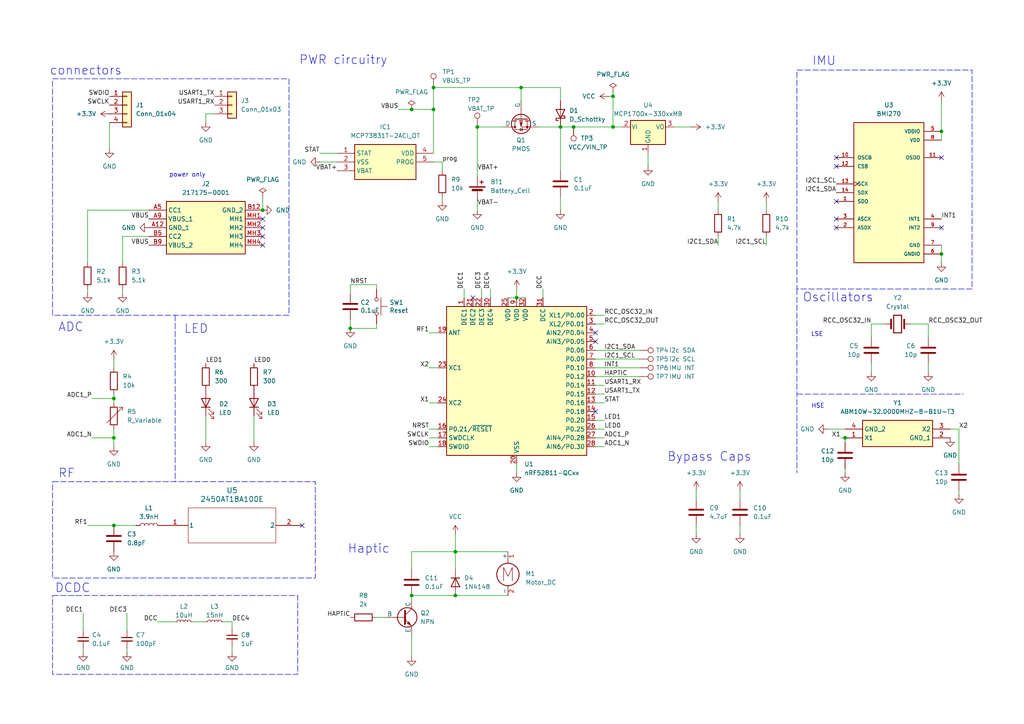
<source format=kicad_sch>
(kicad_sch (version 20231120) (generator "eeschema") (generator_version "8.0")
  (paper "A4")
  (junction (at 151.13 25.4))
  (junction (at 132.08 172.72))
  (junction (at 177.8 36.83))
  (junction (at 273.05 73.66))
  (junction (at 177.8 27.94))
  (junction (at 101.6 95.25))
  (junction (at 125.73 31.75))
  (junction (at 125.73 25.4))
  (junction (at 132.08 160.02))
  (junction (at 119.38 172.72))
  (junction (at 245.11 127))
  (junction (at 33.02 115.57))
  (junction (at 76.2 60.96))
  (junction (at 138.43 36.83))
  (junction (at 33.02 127))
  (junction (at 119.38 31.75))
  (junction (at 162.56 36.83))
  (junction (at 273.05 38.1))
  (junction (at 33.02 152.4))
  (junction (at 166.37 36.83))
  (junction (at 149.86 86.36))
  (no_connect (at 76.2 63.5))
  (no_connect (at 242.57 58.42))
  (no_connect (at 87.63 152.4))
  (no_connect (at 76.2 68.58))
  (no_connect (at 242.57 66.04))
  (no_connect (at 172.72 99.06))
  (no_connect (at 242.57 45.72))
  (no_connect (at 76.2 66.04))
  (no_connect (at 137.16 86.36))
  (no_connect (at 76.2 71.12))
  (no_connect (at 273.05 45.72))
  (no_connect (at 172.72 119.38))
  (no_connect (at 172.72 96.52))
  (no_connect (at 242.57 48.26))
  (no_connect (at 242.57 63.5))
  (no_connect (at 273.05 66.04))
  (wire (pts (xy 275.59 124.46) (xy 278.13 124.46)))
  (polyline (pts (xy 231.14 114.3) (xy 279.4 114.3)) (stroke (width 0) (type dash)))
  (wire (pts (xy 208.28 68.58) (xy 208.28 71.12)))
  (wire (pts (xy 101.6 85.09) (xy 101.6 82.55)))
  (wire (pts (xy 245.11 127) (xy 246.38 127)))
  (wire (pts (xy 132.08 160.02) (xy 132.08 165.1)))
  (wire (pts (xy 26.67 127) (xy 33.02 127)))
  (wire (pts (xy 278.13 143.51) (xy 278.13 142.24)))
  (wire (pts (xy 59.69 120.65) (xy 59.69 128.27)))
  (wire (pts (xy 172.72 124.46) (xy 175.26 124.46)))
  (wire (pts (xy 172.72 127) (xy 175.26 127)))
  (wire (pts (xy 31.75 35.56) (xy 31.75 43.18)))
  (wire (pts (xy 269.24 105.41) (xy 269.24 107.95)))
  (wire (pts (xy 138.43 36.83) (xy 138.43 50.8)))
  (wire (pts (xy 245.11 127) (xy 245.11 128.27)))
  (wire (pts (xy 101.6 82.55) (xy 109.22 82.55)))
  (wire (pts (xy 149.86 83.82) (xy 149.86 86.36)))
  (wire (pts (xy 252.73 93.98) (xy 252.73 97.79)))
  (wire (pts (xy 119.38 184.15) (xy 119.38 190.5)))
  (wire (pts (xy 185.42 104.14) (xy 172.72 104.14)))
  (wire (pts (xy 132.08 160.02) (xy 119.38 160.02)))
  (wire (pts (xy 76.2 57.15) (xy 76.2 60.96)))
  (wire (pts (xy 269.24 97.79) (xy 269.24 93.98)))
  (wire (pts (xy 147.32 86.36) (xy 149.86 86.36)))
  (wire (pts (xy 125.73 31.75) (xy 125.73 44.45)))
  (wire (pts (xy 124.46 127) (xy 127 127)))
  (wire (pts (xy 162.56 36.83) (xy 162.56 49.53)))
  (wire (pts (xy 273.05 71.12) (xy 273.05 73.66)))
  (wire (pts (xy 214.63 152.4) (xy 214.63 154.94)))
  (wire (pts (xy 162.56 25.4) (xy 151.13 25.4)))
  (wire (pts (xy 73.66 120.65) (xy 73.66 128.27)))
  (wire (pts (xy 124.46 106.68) (xy 127 106.68)))
  (wire (pts (xy 25.4 60.96) (xy 25.4 76.2)))
  (wire (pts (xy 124.46 116.84) (xy 127 116.84)))
  (wire (pts (xy 149.86 134.62) (xy 149.86 137.16)))
  (wire (pts (xy 172.72 116.84) (xy 175.26 116.84)))
  (wire (pts (xy 278.13 124.46) (xy 278.13 134.62)))
  (wire (pts (xy 119.38 172.72) (xy 119.38 173.99)))
  (wire (pts (xy 162.56 57.15) (xy 162.56 60.96)))
  (wire (pts (xy 64.77 180.34) (xy 67.31 180.34)))
  (wire (pts (xy 162.56 25.4) (xy 162.56 29.21)))
  (wire (pts (xy 35.56 68.58) (xy 35.56 76.2)))
  (wire (pts (xy 119.38 31.75) (xy 125.73 31.75)))
  (wire (pts (xy 101.6 95.25) (xy 109.22 95.25)))
  (wire (pts (xy 101.6 92.71) (xy 101.6 95.25)))
  (wire (pts (xy 33.02 115.57) (xy 33.02 116.84)))
  (wire (pts (xy 119.38 172.72) (xy 132.08 172.72)))
  (wire (pts (xy 245.11 124.46) (xy 240.03 124.46)))
  (wire (pts (xy 33.02 152.4) (xy 39.37 152.4)))
  (wire (pts (xy 273.05 29.21) (xy 273.05 38.1)))
  (wire (pts (xy 33.02 124.46) (xy 33.02 127)))
  (wire (pts (xy 132.08 172.72) (xy 147.32 172.72)))
  (wire (pts (xy 36.83 187.96) (xy 36.83 189.23)))
  (wire (pts (xy 128.27 46.99) (xy 128.27 49.53)))
  (wire (pts (xy 124.46 96.52) (xy 127 96.52)))
  (wire (pts (xy 187.96 44.45) (xy 187.96 48.26)))
  (wire (pts (xy 149.86 86.36) (xy 152.4 86.36)))
  (wire (pts (xy 185.42 106.68) (xy 172.72 106.68)))
  (wire (pts (xy 124.46 129.54) (xy 127 129.54)))
  (wire (pts (xy 33.02 104.14) (xy 33.02 106.68)))
  (wire (pts (xy 67.31 180.34) (xy 67.31 182.245)))
  (polyline (pts (xy 50.8 91.44) (xy 50.8 139.7)) (stroke (width 0) (type dash)))
  (wire (pts (xy 172.72 114.3) (xy 175.26 114.3)))
  (wire (pts (xy 214.63 142.24) (xy 214.63 144.78)))
  (wire (pts (xy 201.93 152.4) (xy 201.93 154.94)))
  (wire (pts (xy 176.53 27.94) (xy 177.8 27.94)))
  (wire (pts (xy 172.72 121.92) (xy 175.26 121.92)))
  (wire (pts (xy 166.37 36.83) (xy 177.8 36.83)))
  (wire (pts (xy 124.46 124.46) (xy 127 124.46)))
  (wire (pts (xy 245.11 137.16) (xy 245.11 135.89)))
  (wire (pts (xy 35.56 83.82) (xy 35.56 85.09)))
  (wire (pts (xy 222.25 58.42) (xy 222.25 60.96)))
  (wire (pts (xy 33.02 127) (xy 33.02 129.54)))
  (wire (pts (xy 109.22 95.25) (xy 109.22 93.98)))
  (wire (pts (xy 67.31 187.325) (xy 67.31 189.23)))
  (wire (pts (xy 172.72 111.76) (xy 175.26 111.76)))
  (wire (pts (xy 125.73 25.4) (xy 125.73 31.75)))
  (wire (pts (xy 35.56 68.58) (xy 43.18 68.58)))
  (wire (pts (xy 256.54 93.98) (xy 252.73 93.98)))
  (wire (pts (xy 139.7 83.82) (xy 139.7 86.36)))
  (wire (pts (xy 151.13 25.4) (xy 151.13 29.21)))
  (wire (pts (xy 25.4 83.82) (xy 25.4 85.09)))
  (wire (pts (xy 45.72 180.34) (xy 50.8 180.34)))
  (wire (pts (xy 109.22 179.07) (xy 111.76 179.07)))
  (wire (pts (xy 24.13 182.88) (xy 24.13 177.8)))
  (wire (pts (xy 175.26 91.44) (xy 172.72 91.44)))
  (wire (pts (xy 201.93 142.24) (xy 201.93 144.78)))
  (wire (pts (xy 92.71 44.45) (xy 97.79 44.45)))
  (wire (pts (xy 177.8 36.83) (xy 180.34 36.83)))
  (wire (pts (xy 43.18 60.96) (xy 25.4 60.96)))
  (wire (pts (xy 26.67 115.57) (xy 33.02 115.57)))
  (wire (pts (xy 59.69 33.02) (xy 59.69 35.56)))
  (wire (pts (xy 134.62 83.82) (xy 134.62 86.36)))
  (wire (pts (xy 24.13 187.96) (xy 24.13 189.23)))
  (wire (pts (xy 185.42 109.22) (xy 172.72 109.22)))
  (wire (pts (xy 175.26 93.98) (xy 172.72 93.98)))
  (wire (pts (xy 125.73 46.99) (xy 128.27 46.99)))
  (wire (pts (xy 177.8 26.67) (xy 177.8 27.94)))
  (wire (pts (xy 243.84 127) (xy 245.11 127)))
  (wire (pts (xy 147.32 160.02) (xy 132.08 160.02)))
  (wire (pts (xy 36.83 182.88) (xy 36.83 177.8)))
  (wire (pts (xy 132.08 154.94) (xy 132.08 160.02)))
  (wire (pts (xy 62.23 33.02) (xy 59.69 33.02)))
  (wire (pts (xy 97.79 46.99) (xy 92.71 46.99)))
  (wire (pts (xy 138.43 36.83) (xy 146.05 36.83)))
  (wire (pts (xy 208.28 58.42) (xy 208.28 60.96)))
  (wire (pts (xy 252.73 105.41) (xy 252.73 107.95)))
  (wire (pts (xy 151.13 25.4) (xy 125.73 25.4)))
  (wire (pts (xy 269.24 93.98) (xy 264.16 93.98)))
  (wire (pts (xy 115.57 31.75) (xy 119.38 31.75)))
  (wire (pts (xy 157.48 83.82) (xy 157.48 86.36)))
  (polyline (pts (xy 231.14 83.82) (xy 231.14 137.16)) (stroke (width 0) (type dash)))
  (wire (pts (xy 185.42 101.6) (xy 172.72 101.6)))
  (wire (pts (xy 222.25 68.58) (xy 222.25 71.12)))
  (wire (pts (xy 162.56 36.83) (xy 166.37 36.83)))
  (wire (pts (xy 172.72 129.54) (xy 175.26 129.54)))
  (wire (pts (xy 177.8 27.94) (xy 177.8 36.83)))
  (wire (pts (xy 156.21 36.83) (xy 162.56 36.83)))
  (wire (pts (xy 25.4 152.4) (xy 33.02 152.4)))
  (wire (pts (xy 195.58 36.83) (xy 200.66 36.83)))
  (wire (pts (xy 109.22 82.55) (xy 109.22 83.82)))
  (wire (pts (xy 273.05 38.1) (xy 273.05 40.64)))
  (wire (pts (xy 273.05 73.66) (xy 273.05 76.2)))
  (wire (pts (xy 119.38 160.02) (xy 119.38 165.1)))
  (wire (pts (xy 55.88 180.34) (xy 59.69 180.34)))
  (wire (pts (xy 33.02 114.3) (xy 33.02 115.57)))
  (wire (pts (xy 142.24 83.82) (xy 142.24 86.36)))
  (wire (pts (xy 128.27 57.15) (xy 128.27 58.42)))
  (wire (pts (xy 138.43 58.42) (xy 138.43 60.96)))
  (rectangle (start 15.24 172.72) (end 86.36 195.58) (stroke (width 0) (type dash)))
  (rectangle (start 15.24 22.86) (end 83.82 91.44) (stroke (width 0) (type dash)))
  (rectangle (start 15.24 139.7) (end 91.44 167.64) (stroke (width 0) (type dash)))
  (rectangle (start 231.14 20.32) (end 281.94 83.82) (stroke (width 0) (type dash)))
  (text "RF\n" (at 19.304 137.414 0) (effects (font (size 2.54 2.54))))
  (text "power only\n" (at 54.356 50.8 0) (effects (font (size 1.27 1.27))))
  (text "PWR circuitry\n" (at 99.568 17.526 0) (effects (font (size 2.54 2.54))))
  (text "IMU\n" (at 239.014 17.78 0) (effects (font (size 2.54 2.54))))
  (text "Bypass Caps\n" (at 205.74 132.588 0) (effects (font (size 2.54 2.54))))
  (text "LSE\n" (at 236.982 97.028 0) (effects (font (size 1.27 1.27))))
  (text "LED\n" (at 56.896 95.504 0) (effects (font (size 2.54 2.54))))
  (text "ADC\n" (at 20.574 94.996 0) (effects (font (size 2.54 2.54))))
  (text "DCDC\n" (at 21.082 170.688 0) (effects (font (size 2.54 2.54))))
  (text "connectors\n" (at 24.892 20.574 0) (effects (font (size 2.54 2.54))))
  (text "HSE\n" (at 237.236 117.856 0) (effects (font (size 1.27 1.27))))
  (text "Oscillators\n" (at 243.078 86.36 0) (effects (font (size 2.54 2.54))))
  (text "Haptic\n" (at 106.934 159.258 0) (effects (font (size 2.54 2.54))))
  (label "X2" (at 278.13 124.46 0))
  (label "STAT" (at 92.71 44.45 180))
  (label "DCC" (at 157.48 83.82 90))
  (label "VBAT+" (at 138.43 49.53 0))
  (label "prog" (at 128.27 46.99 0))
  (label "USART1_RX" (at 62.23 30.48 180))
  (label "X1" (at 243.84 127 180))
  (label "X1" (at 124.46 116.84 180))
  (label "STAT" (at 175.26 116.84 0))
  (label "LED1" (at 175.26 121.92 0))
  (label "HAPTIC" (at 101.6 179.07 180))
  (label "USART1_TX" (at 62.23 27.94 180))
  (label "ADC1_P" (at 26.67 115.57 180))
  (label "RCC_OSC32_OUT" (at 269.24 93.98 0))
  (label "USART1_RX" (at 175.26 111.76 0))
  (label "HAPTIC" (at 175.26 109.22 0))
  (label "NRST" (at 124.46 124.46 180))
  (label "I2C1_SDA" (at 242.57 55.88 180))
  (label "DEC4" (at 67.31 180.34 0))
  (label "VBUS" (at 43.18 71.12 180))
  (label "INT1" (at 273.05 63.5 0))
  (label "RF1" (at 25.4 152.4 180))
  (label "SWDIO" (at 31.75 27.94 180))
  (label "VBUS" (at 43.18 63.5 180))
  (label "VBUS" (at 115.57 31.75 180))
  (label "DEC3" (at 36.83 177.8 180))
  (label "I2C1_SDA" (at 175.26 101.6 0))
  (label "RF1" (at 124.46 96.52 180))
  (label "I2C1_SCL" (at 242.57 53.34 180))
  (label "RCC_OSC32_OUT" (at 175.26 93.98 0))
  (label "LED0" (at 73.66 105.41 0))
  (label "DEC1" (at 134.62 83.82 90))
  (label "RCC_OSC32_IN" (at 175.26 91.44 0))
  (label "VBAT+" (at 97.79 49.53 180))
  (label "DCC" (at 45.72 180.34 180))
  (label "I2C1_SDA" (at 208.28 71.12 180))
  (label "X2" (at 124.46 106.68 180))
  (label "VBAT-" (at 138.43 59.69 0))
  (label "USART1_TX" (at 175.26 114.3 0))
  (label "I2C1_SCL" (at 222.25 71.12 180))
  (label "ADC1_N" (at 175.26 129.54 0))
  (label "DEC1" (at 24.13 177.8 180))
  (label "RCC_OSC32_IN" (at 252.73 93.98 180))
  (label "ADC1_N" (at 26.67 127 180))
  (label "LED0" (at 175.26 124.46 0))
  (label "SWCLK" (at 124.46 127 180))
  (label "LED1" (at 59.69 105.41 0))
  (label "DEC3" (at 139.7 83.82 90))
  (label "SWDIO" (at 124.46 129.54 180))
  (label "SWCLK" (at 31.75 30.48 180))
  (label "NRST" (at 101.6 82.55 0))
  (label "ADC1_P" (at 175.26 127 0))
  (label "DEC4" (at 142.24 83.82 90))
  (label "INT1" (at 175.26 106.68 0))
  (label "I2C1_SCL" (at 175.26 104.14 0))
  (symbol (lib_id "power:+3.3V") (at 201.93 142.24 0) (unit 1)
    (property "Reference" "#PWR030" (effects (hide yes)))
    (property "Value" "+3.3V" (at 201.93 137.16 0))
    (property "Description" "Power symbol creates a global label with name \"+3.3V\"" (effects (hide yes)))
  )
  (symbol (lib_id "Device:C") (at 119.38 168.91 0) (unit 1)
    (property "Reference" "C11" (at 123.19 167.6399 0) (effects (justify left)))
    (property "Value" "0.1uF" (at 123.19 170.1799 0) (effects (justify left)))
    (property "Footprint" "Capacitor_SMD:C_0805_2012Metric" (effects (hide yes)))
    (property "Description" "Unpolarized capacitor" (effects (hide yes)))
  )
  (symbol (lib_id "Device:C_Small") (at 24.13 185.42 0) (unit 1)
    (property "Reference" "C4" (at 26.67 184.1562 0) (effects (justify left)))
    (property "Value" "0.1uF" (at 26.67 186.6962 0) (effects (justify left)))
    (property "Footprint" "Capacitor_SMD:C_0805_2012Metric" (effects (hide yes)))
    (property "Dielectric" "X7R" (effects (hide yes)))
    (property "Manufacturer_Part_Number" "KGM05AR71C104KN" (effects (hide yes)))
  )
  (symbol (lib_id "power:VCC") (at 176.53 27.94 90) (unit 1)
    (property "Reference" "#PWR037" (effects (hide yes)))
    (property "Value" "VCC" (at 172.72 27.9399 90) (effects (justify left)))
    (property "Description" "Power symbol creates a global label with name \"VCC\"" (effects (hide yes)))
  )
  (symbol (lib_id "power:GND") (at 67.31 189.23 0) (unit 1)
    (property "Reference" "#PWR025" (effects (hide yes)))
    (property "Value" "GND" (at 67.31 193.675 0))
  )
  (symbol (lib_id "Device:C") (at 162.56 53.34 0) (unit 1)
    (property "Reference" "C1" (at 166.37 52.0699 0) (effects (justify left)))
    (property "Value" "0.1uF" (at 166.37 54.6099 0) (effects (justify left)))
    (property "Footprint" "Capacitor_SMD:C_0805_2012Metric" (effects (hide yes)))
    (property "Description" "Unpolarized capacitor" (effects (hide yes)))
  )
  (symbol (lib_id "BMI270:BMI270") (at 257.81 55.88 0) (unit 1)
    (property "Reference" "U3" (at 257.81 30.48 0))
    (property "Value" "BMI270" (at 257.81 33.02 0))
    (property "Footprint" "A_wearables:XDCR_BMI270" (effects (hide yes)))
    (property "PATREV" "1.0" (effects (hide yes)))
    (property "MF" "Bosch Sensortec" (effects (hide yes)))
    (property "MAXIMUM_PACKAGE_HEIGHT" "0.87mm" (effects (hide yes)))
    (property "Package" "LGA-14 Bosch Sensortec" (effects (hide yes)))
    (property "Price" "None" (effects (hide yes)))
    (property "Check_prices" "https://www.snapeda.com/parts/BMI270/Bosch+Sensortec/view-part/?ref=eda" (effects (hide yes)))
    (property "STANDARD" "Manufacturer Recommendations" (effects (hide yes)))
    (property "SnapEDA_Link" "https://www.snapeda.com/parts/BMI270/Bosch+Sensortec/view-part/?ref=snap" (effects (hide yes)))
    (property "MP" "BMI270" (effects (hide yes)))
    (property "Description_1" "\n                        \n                            Accelerometer, Gyroscope, 6 Axis Sensor I2C, SPI Output\n                        \n" (effects (hide yes)))
    (property "Availability" "In Stock" (effects (hide yes)))
    (property "MANUFACTURER" "Bosch Sensortec" (effects (hide yes)))
  )
  (symbol (lib_id "Device:C") (at 269.24 101.6 180) (unit 1)
    (property "Reference" "C6" (at 264.16 100.33 0))
    (property "Value" "10p" (at 264.16 102.87 0))
    (property "Footprint" "Capacitor_SMD:C_0805_2012Metric" (effects (hide yes)))
  )
  (symbol (lib_id "Device:L") (at 43.18 152.4 90) (unit 1)
    (property "Reference" "L1" (at 43.18 147.32 90))
    (property "Value" "3.9nH" (at 43.18 149.86 90))
    (property "Footprint" "Inductor_SMD:L_0805_2012Metric" (effects (hide yes)))
    (property "Description" "Inductor" (effects (hide yes)))
  )
  (symbol (lib_id "power:+3.3V") (at 208.28 58.42 0) (unit 1)
    (property "Reference" "#PWR02" (effects (hide yes)))
    (property "Value" "+3.3V" (at 208.28 53.34 0))
    (property "Description" "Power symbol creates a global label with name \"+3.3V\"" (effects (hide yes)))
  )
  (symbol (lib_id "power:GND") (at 245.11 137.16 0) (unit 1)
    (property "Reference" "#PWR038" (effects (hide yes)))
    (property "Value" "GND" (at 245.11 142.24 0))
    (property "Description" "Power symbol creates a global label with name \"GND\" , ground" (effects (hide yes)))
  )
  (symbol (lib_id "Switch:SW_Push") (at 109.22 88.9 270) (unit 1)
    (property "Reference" "SW1" (at 112.9792 87.7316 90) (effects (justify left)))
    (property "Value" "Reset" (at 112.9792 90.043 90) (effects (justify left)))
    (property "Footprint" "Button_Switch_SMD:SW_SPST_B3SL-1002P" (effects (hide yes)))
    (property "P/N" "B3SL-1002P" (effects (hide yes)))
  )
  (symbol (lib_id "power:GND") (at 35.56 85.09 0) (unit 1)
    (property "Reference" "#PWR011" (effects (hide yes)))
    (property "Value" "GND" (at 35.56 90.17 0))
  )
  (symbol (lib_id "Connector:TestPoint") (at 185.42 106.68 270) (unit 1)
    (property "Reference" "TP6" (at 190.246 106.68 90) (effects (justify left)))
    (property "Value" "IMU INT" (at 194.056 106.68 90) (effects (justify left)))
    (property "Footprint" "TestPoint:TestPoint_THTPad_1.5x1.5mm_Drill0.7mm" (effects (hide yes)))
    (property "Description" "test point" (effects (hide yes)))
  )
  (symbol (lib_id "power:GND") (at 273.05 76.2 0) (unit 1)
    (property "Reference" "#PWR017" (effects (hide yes)))
    (property "Value" "GND" (at 273.05 81.28 0))
    (property "Description" "Power symbol creates a global label with name \"GND\" , ground" (effects (hide yes)))
  )
  (symbol (lib_id "power:GND") (at 24.13 189.23 0) (unit 1)
    (property "Reference" "#PWR023" (effects (hide yes)))
    (property "Value" "GND" (at 24.13 193.675 0))
  )
  (symbol (lib_id "Device:C") (at 245.11 132.08 180) (unit 1)
    (property "Reference" "C12" (at 240.03 130.81 0))
    (property "Value" "10p" (at 240.03 133.35 0))
    (property "Footprint" "Capacitor_SMD:C_0805_2012Metric" (effects (hide yes)))
  )
  (symbol (lib_name "GND_1") (lib_id "power:GND") (at 92.71 46.99 270) (unit 1)
    (property "Reference" "#PWR01" (effects (hide yes)))
    (property "Value" "GND" (at 88.9 46.9899 90) (effects (justify right)))
    (property "Description" "Power symbol creates a global label with name \"GND\" , ground" (effects (hide yes)))
  )
  (symbol (lib_id "Device:R") (at 25.4 80.01 0) (unit 1)
    (property "Reference" "R2" (at 27.94 78.7399 0) (effects (justify left)))
    (property "Value" "5.1k" (at 27.94 81.2799 0) (effects (justify left)))
    (property "Footprint" "Resistor_SMD:R_0805_2012Metric" (effects (hide yes)))
    (property "Description" "Resistor" (effects (hide yes)))
  )
  (symbol (lib_id "Device:R") (at 222.25 64.77 0) (unit 1)
    (property "Reference" "R10" (at 224.79 63.4999 0) (effects (justify left)))
    (property "Value" "4.7k" (at 224.79 66.0399 0) (effects (justify left)))
    (property "Footprint" "Resistor_SMD:R_0805_2012Metric" (effects (hide yes)))
    (property "Description" "Resistor" (effects (hide yes)))
  )
  (symbol (lib_id "Connector:TestPoint") (at 125.73 25.4 0) (unit 1)
    (property "Reference" "TP1" (at 128.27 20.8279 0) (effects (justify left)))
    (property "Value" "VBUS_TP" (at 128.27 23.3679 0) (effects (justify left)))
    (property "Footprint" "TestPoint:TestPoint_THTPad_1.0x1.0mm_Drill0.5mm" (effects (hide yes)))
    (property "Description" "test point" (effects (hide yes)))
  )
  (symbol (lib_id "power:GND") (at 119.38 190.5 0) (unit 1)
    (property "Reference" "#PWR034" (effects (hide yes)))
    (property "Value" "GND" (at 119.38 195.58 0))
    (property "Description" "Power symbol creates a global label with name \"GND\" , ground" (effects (hide yes)))
  )
  (symbol (lib_id "Device:C_Small") (at 36.83 185.42 0) (unit 1)
    (property "Reference" "C7" (at 39.37 184.1562 0) (effects (justify left)))
    (property "Value" "100pF" (at 39.37 186.6962 0) (effects (justify left)))
    (property "Footprint" "Capacitor_SMD:C_0805_2012Metric" (effects (hide yes)))
    (property "Dielectric" "NP0" (effects (hide yes)))
    (property "Manufacturer_Part_Number" "KGM05ACG1H101JN" (effects (hide yes)))
  )
  (symbol (lib_name "GND_4") (lib_id "power:GND") (at 33.02 160.02 0) (unit 1)
    (property "Reference" "#PWR022" (effects (hide yes)))
    (property "Value" "GND" (at 33.02 165.1 0))
    (property "Description" "Power symbol creates a global label with name \"GND\" , ground" (effects (hide yes)))
  )
  (symbol (lib_id "power:+3.3V") (at 149.86 83.82 0) (unit 1)
    (property "Reference" "#PWR07" (effects (hide yes)))
    (property "Value" "+3.3V" (at 149.86 78.74 0))
    (property "Description" "Power symbol creates a global label with name \"+3.3V\"" (effects (hide yes)))
  )
  (symbol (lib_id "Device:C") (at 252.73 101.6 180) (unit 1)
    (property "Reference" "C5" (at 247.65 100.33 0))
    (property "Value" "10p" (at 247.65 102.87 0))
    (property "Footprint" "Capacitor_SMD:C_0805_2012Metric" (effects (hide yes)))
  )
  (symbol (lib_name "GND_1") (lib_id "power:GND") (at 201.93 154.94 0) (unit 1)
    (property "Reference" "#PWR031" (effects (hide yes)))
    (property "Value" "GND" (at 201.93 160.02 0))
    (property "Description" "Power symbol creates a global label with name \"GND\" , ground" (effects (hide yes)))
  )
  (symbol (lib_id "Device:C") (at 278.13 138.43 180) (unit 1)
    (property "Reference" "C13" (at 273.05 137.16 0))
    (property "Value" "10p" (at 273.05 139.7 0))
    (property "Footprint" "Capacitor_SMD:C_0805_2012Metric" (effects (hide yes)))
  )
  (symbol (lib_id "wearable-som-sym-lib:2450AT18A100E") (at 46.99 152.4 0) (unit 1)
    (property "Reference" "U5" (at 67.31 142.24 0) (effects (font (size 1.524 1.524))))
    (property "Value" "2450AT18A100E" (at 67.31 144.78 0) (effects (font (size 1.524 1.524))))
    (property "Footprint" "A_wearables:2450AT18A100E_JOT" (effects (hide yes)))
    (property "Datasheet" "2450AT18A100E" (effects (hide yes)))
  )
  (symbol (lib_id "MCP73831T-2ACI_OT:MCP73831T-2ACI_OT") (at 97.79 44.45 0) (unit 1)
    (property "Reference" "IC1" (at 111.76 36.83 0))
    (property "Value" "MCP73831T-2ACI_OT" (at 111.76 39.37 0))
    (property "Footprint" "Package_TO_SOT_SMD:SOT-23-5" (effects (hide yes)))
    (property "Datasheet" "http://ww1.microchip.com/downloads/en/DeviceDoc/20001984g.pdf" (effects (hide yes)))
    (property "Description" "Li-Ion Charge Controller 4.2V SOT23-5" (effects (hide yes)))
    (property "Height" "1.45" (effects (hide yes)))
    (property "Mouser Part Number" "579-MCP73831T-2ACIOT" (effects (hide yes)))
    (property "Mouser Price/Stock" "https://www.mouser.co.uk/ProductDetail/Microchip-Technology/MCP73831T-2ACI-OT?qs=yUQqVecv4qvbBQBGbHx0Mw%3D%3D" (effects (hide yes)))
    (property "Manufacturer_Name" "Microchip" (effects (hide yes)))
    (property "Manufacturer_Part_Number" "MCP73831T-2ACI/OT" (effects (hide yes)))
  )
  (symbol (lib_id "Device:Crystal") (at 260.35 93.98 0) (unit 1)
    (property "Reference" "Y2" (at 260.35 86.36 0))
    (property "Value" "Crystal" (at 260.35 88.9 0))
    (property "Footprint" "Crystal:Crystal_SMD_MicroCrystal_CC8V-T1A-2Pin_2.0x1.2mm" (effects (hide yes)))
    (property "Description" "Two pin crystal" (effects (hide yes)))
  )
  (symbol (lib_name "GND_7") (lib_id "power:GND") (at 73.66 128.27 0) (unit 1)
    (property "Reference" "#PWR021" (effects (hide yes)))
    (property "Value" "GND" (at 73.66 133.35 0))
    (property "Description" "Power symbol creates a global label with name \"GND\" , ground" (effects (hide yes)))
  )
  (symbol (lib_id "power:GND") (at 101.6 95.25 0) (unit 1)
    (property "Reference" "#PWR015" (effects (hide yes)))
    (property "Value" "GND" (at 101.6 100.33 0))
  )
  (symbol (lib_id "power:+3.3V") (at 214.63 142.24 0) (unit 1)
    (property "Reference" "#PWR032" (effects (hide yes)))
    (property "Value" "+3.3V" (at 214.63 137.16 0))
    (property "Description" "Power symbol creates a global label with name \"+3.3V\"" (effects (hide yes)))
  )
  (symbol (lib_name "GND_12") (lib_id "power:GND") (at 252.73 107.95 0) (unit 1)
    (property "Reference" "#PWR027" (effects (hide yes)))
    (property "Value" "GND" (at 252.73 113.03 0))
    (property "Description" "Power symbol creates a global label with name \"GND\" , ground" (effects (hide yes)))
  )
  (symbol (lib_id "Connector:TestPoint") (at 185.42 104.14 270) (unit 1)
    (property "Reference" "TP5" (at 190.246 104.14 90) (effects (justify left)))
    (property "Value" "i2c SCL" (at 194.056 104.14 90) (effects (justify left)))
    (property "Footprint" "TestPoint:TestPoint_THTPad_1.5x1.5mm_Drill0.7mm" (effects (hide yes)))
    (property "Description" "test point" (effects (hide yes)))
  )
  (symbol (lib_id "Simulation_SPICE:PMOS") (at 151.13 34.29 90) (mirror x) (unit 1)
    (property "Reference" "Q1" (at 151.13 40.64 90))
    (property "Value" "PMOS" (at 151.13 43.18 90))
    (property "Footprint" "A_wearables:SOT96P240X110-3N" (effects (hide yes)))
    (property "Datasheet" "https://ngspice.sourceforge.io/docs/ngspice-html-manual/manual.xhtml#cha_MOSFETs" (effects (hide yes)))
    (property "Description" "P-MOSFET transistor, drain/source/gate" (effects (hide yes)))
    (property "Sim.Device" "PMOS" (effects (hide yes)))
    (property "Sim.Type" "VDMOS" (effects (hide yes)))
    (property "Sim.Pins" "1=D 2=G 3=S" (effects (hide yes)))
  )
  (symbol (lib_name "GND_7") (lib_id "power:GND") (at 149.86 137.16 0) (unit 1)
    (property "Reference" "#PWR036" (effects (hide yes)))
    (property "Value" "GND" (at 149.86 142.24 0))
    (property "Description" "Power symbol creates a global label with name \"GND\" , ground" (effects (hide yes)))
  )
  (symbol (lib_id "power:GND") (at 33.02 129.54 0) (unit 1)
    (property "Reference" "#PWR019" (effects (hide yes)))
    (property "Value" "GND" (at 33.02 134.62 0))
    (property "Description" "Power symbol creates a global label with name \"GND\" , ground" (effects (hide yes)))
  )
  (symbol (lib_id "power:GND") (at 275.59 127 0) (unit 1)
    (property "Reference" "#PWR029" (effects (hide yes)))
    (property "Value" "GND" (at 275.59 132.08 0))
    (property "Description" "Power symbol creates a global label with name \"GND\" , ground" (effects (hide yes)))
  )
  (symbol (lib_id "Device:R") (at 59.69 109.22 0) (unit 1)
    (property "Reference" "R6" (at 62.23 107.9499 0) (effects (justify left)))
    (property "Value" "300" (at 62.23 110.4899 0) (effects (justify left)))
    (property "Footprint" "Resistor_SMD:R_0805_2012Metric" (effects (hide yes)))
    (property "Description" "Resistor" (effects (hide yes)))
  )
  (symbol (lib_id "Device:C") (at 33.02 156.21 0) (unit 1)
    (property "Reference" "C3" (at 36.83 154.9399 0) (effects (justify left)))
    (property "Value" "0.8pF" (at 36.83 157.4799 0) (effects (justify left)))
    (property "Footprint" "Capacitor_SMD:C_0805_2012Metric" (effects (hide yes)))
    (property "Description" "Unpolarized capacitor" (effects (hide yes)))
  )
  (symbol (lib_id "Device:R") (at 33.02 110.49 0) (unit 1)
    (property "Reference" "R4" (at 35.56 109.2199 0) (effects (justify left)))
    (property "Value" "10k" (at 35.56 111.7599 0) (effects (justify left)))
    (property "Footprint" "Resistor_SMD:R_0805_2012Metric" (effects (hide yes)))
    (property "Description" "Resistor" (effects (hide yes)))
  )
  (symbol (lib_id "Connector:TestPoint") (at 138.43 36.83 0) (unit 1)
    (property "Reference" "TP2" (at 135.636 28.956 0) (effects (justify left)))
    (property "Value" "VBAT_TP" (at 135.636 31.496 0) (effects (justify left)))
    (property "Footprint" "TestPoint:TestPoint_THTPad_1.0x1.0mm_Drill0.5mm" (effects (hide yes)))
    (property "Description" "test point" (effects (hide yes)))
  )
  (symbol (lib_id "power:PWR_FLAG") (at 119.38 31.75 0) (unit 1)
    (property "Reference" "#FLG01" (effects (hide yes)))
    (property "Value" "PWR_FLAG" (at 119.38 26.67 0))
    (property "Description" "Special symbol for telling ERC where power comes from" (effects (hide yes)))
  )
  (symbol (lib_id "Device:D_Schottky") (at 162.56 33.02 90) (unit 1)
    (property "Reference" "D1" (at 165.1 32.0674 90) (effects (justify right)))
    (property "Value" "D_Schottky" (at 165.1 34.6074 90) (effects (justify right)))
    (property "Footprint" "A_wearables:SOD2513X120N" (effects (hide yes)))
    (property "Description" "Schottky diode" (effects (hide yes)))
  )
  (symbol (lib_id "Device:R") (at 105.41 179.07 90) (unit 1)
    (property "Reference" "R8" (at 105.41 172.72 90))
    (property "Value" "2k" (at 105.41 175.26 90))
    (property "Footprint" "Resistor_SMD:R_0805_2012Metric" (effects (hide yes)))
    (property "Description" "Resistor" (effects (hide yes)))
  )
  (symbol (lib_id "power:+3.3V") (at 33.02 104.14 0) (unit 1)
    (property "Reference" "#PWR018" (effects (hide yes)))
    (property "Value" "+3.3V" (at 33.02 99.06 0))
    (property "Description" "Power symbol creates a global label with name \"+3.3V\"" (effects (hide yes)))
  )
  (symbol (lib_id "Connector:TestPoint") (at 185.42 101.6 270) (unit 1)
    (property "Reference" "TP4" (at 190.246 101.6 90) (effects (justify left)))
    (property "Value" "i2c SDA" (at 194.056 101.6 90) (effects (justify left)))
    (property "Footprint" "TestPoint:TestPoint_THTPad_1.5x1.5mm_Drill0.7mm" (effects (hide yes)))
    (property "Description" "test point" (effects (hide yes)))
  )
  (symbol (lib_id "power:GND") (at 240.03 124.46 270) (unit 1)
    (property "Reference" "#PWR026" (effects (hide yes)))
    (property "Value" "GND" (at 236.22 124.4599 90) (effects (justify right)))
    (property "Description" "Power symbol creates a global label with name \"GND\" , ground" (effects (hide yes)))
  )
  (symbol (lib_id "power:GND") (at 25.4 85.09 0) (unit 1)
    (property "Reference" "#PWR08" (effects (hide yes)))
    (property "Value" "GND" (at 25.4 90.17 0))
  )
  (symbol (lib_id "Device:C") (at 201.93 148.59 0) (unit 1)
    (property "Reference" "C9" (at 205.74 147.3199 0) (effects (justify left)))
    (property "Value" "4.7uF" (at 205.74 149.8599 0) (effects (justify left)))
    (property "Footprint" "Capacitor_SMD:C_0805_2012Metric" (effects (hide yes)))
    (property "Description" "Unpolarized capacitor" (effects (hide yes)))
  )
  (symbol (lib_id "power:GND") (at 36.83 189.23 0) (unit 1)
    (property "Reference" "#PWR024" (effects (hide yes)))
    (property "Value" "GND" (at 36.83 193.675 0))
  )
  (symbol (lib_name "GND_1") (lib_id "power:GND") (at 138.43 60.96 0) (unit 1)
    (property "Reference" "#PWR03" (effects (hide yes)))
    (property "Value" "GND" (at 138.43 66.04 0))
    (property "Description" "Power symbol creates a global label with name \"GND\" , ground" (effects (hide yes)))
  )
  (symbol (lib_id "Diode:1N4148") (at 132.08 168.91 270) (unit 1)
    (property "Reference" "D4" (at 134.62 167.6399 90) (effects (justify left)))
    (property "Value" "1N4148" (at 134.62 170.1799 90) (effects (justify left)))
    (property "Footprint" "Diode_SMD:D_SOD-323_HandSoldering" (effects (hide yes)))
    (property "Datasheet" "https://assets.nexperia.com/documents/data-sheet/1N4148_1N4448.pdf" (effects (hide yes)))
    (property "Description" "100V 0.15A standard switching diode, DO-35" (effects (hide yes)))
    (property "Sim.Device" "D" (effects (hide yes)))
    (property "Sim.Pins" "1=K 2=A" (effects (hide yes)))
  )
  (symbol (lib_name "GND_12") (lib_id "power:GND") (at 269.24 107.95 0) (unit 1)
    (property "Reference" "#PWR028" (effects (hide yes)))
    (property "Value" "GND" (at 269.24 113.03 0))
    (property "Description" "Power symbol creates a global label with name \"GND\" , ground" (effects (hide yes)))
  )
  (symbol (lib_id "power:+3.3V") (at 200.66 36.83 270) (unit 1)
    (property "Reference" "#PWR06" (effects (hide yes)))
    (property "Value" "+3.3V" (at 204.47 36.8299 90) (effects (justify left)))
    (property "Description" "Power symbol creates a global label with name \"+3.3V\"" (effects (hide yes)))
  )
  (symbol (lib_id "Device:C") (at 101.6 88.9 0) (unit 1)
    (property "Reference" "C2" (at 104.521 87.7316 0) (effects (justify left)))
    (property "Value" "0.1uF" (at 104.521 90.043 0) (effects (justify left)))
    (property "Footprint" "Capacitor_SMD:C_0805_2012Metric" (effects (hide yes)))
  )
  (symbol (lib_id "power:PWR_FLAG") (at 177.8 26.67 0) (unit 1)
    (property "Reference" "#FLG04" (effects (hide yes)))
    (property "Value" "PWR_FLAG" (at 177.8 21.59 0))
    (property "Description" "Special symbol for telling ERC where power comes from" (effects (hide yes)))
  )
  (symbol (lib_name "GND_1") (lib_id "power:GND") (at 162.56 60.96 0) (unit 1)
    (property "Reference" "#PWR04" (effects (hide yes)))
    (property "Value" "GND" (at 162.56 66.04 0))
    (property "Description" "Power symbol creates a global label with name \"GND\" , ground" (effects (hide yes)))
  )
  (symbol (lib_name "GND_1") (lib_id "power:GND") (at 128.27 58.42 0) (unit 1)
    (property "Reference" "#PWR040" (effects (hide yes)))
    (property "Value" "GND" (at 128.27 63.5 0))
    (property "Description" "Power symbol creates a global label with name \"GND\" , ground" (effects (hide yes)))
  )
  (symbol (lib_name "GND_1") (lib_id "power:GND") (at 187.96 48.26 0) (unit 1)
    (property "Reference" "#PWR05" (effects (hide yes)))
    (property "Value" "GND" (at 187.96 53.34 0))
    (property "Description" "Power symbol creates a global label with name \"GND\" , ground" (effects (hide yes)))
  )
  (symbol (lib_id "Connector:TestPoint") (at 166.37 36.83 180) (unit 1)
    (property "Reference" "TP3" (at 168.402 40.132 0) (effects (justify right)))
    (property "Value" "VCC/VIN_TP" (at 164.846 42.672 0) (effects (justify right)))
    (property "Footprint" "TestPoint:TestPoint_THTPad_1.0x1.0mm_Drill0.5mm" (effects (hide yes)))
    (property "Description" "test point" (effects (hide yes)))
  )
  (symbol (lib_id "A_wearables:ABM10W-32.0000MHZ-8-B1U-T3") (at 245.11 124.46 0) (unit 1)
    (property "Reference" "Y1" (at 260.35 116.84 0))
    (property "Value" "ABM10W-32.0000MHZ-8-B1U-T3" (at 260.35 119.38 0))
    (property "Footprint" "A_wearables:ABM10W240000MHZ8K1ZT3" (effects (hide yes)))
    (property "Datasheet" "https://componentsearchengine.com/Datasheets/1/ABM10W-32.0000MHZ-8-B1U-T3.pdf" (effects (hide yes)))
    (property "Description" "MEMS OSC XO 16.0000MHZ LVCMOS" (effects (hide yes)))
    (property "Height" "0.6" (effects (hide yes)))
    (property "Mouser Part Number" "815-10W32-8B1UT" (effects (hide yes)))
    (property "Mouser Price/Stock" "https://www.mouser.com/Search/Refine.aspx?Keyword=815-10W32-8B1UT" (effects (hide yes)))
    (property "Manufacturer_Name" "ABRACON" (effects (hide yes)))
    (property "Manufacturer_Part_Number" "ABM10W-32.0000MHZ-8-B1U-T3" (effects (hide yes)))
  )
  (symbol (lib_id "Device:R") (at 208.28 64.77 0) (unit 1)
    (property "Reference" "R1" (at 210.82 63.4999 0) (effects (justify left)))
    (property "Value" "4.7k" (at 210.82 66.0399 0) (effects (justify left)))
    (property "Footprint" "Resistor_SMD:R_0805_2012Metric" (effects (hide yes)))
    (property "Description" "Resistor" (effects (hide yes)))
  )
  (symbol (lib_id "Device:LED") (at 73.66 116.84 90) (unit 1)
    (property "Reference" "D3" (at 77.47 117.1574 90) (effects (justify right)))
    (property "Value" "LED" (at 77.47 119.6974 90) (effects (justify right)))
    (property "Footprint" "LED_SMD:LED_0805_2012Metric" (effects (hide yes)))
    (property "Description" "Light emitting diode" (effects (hide yes)))
  )
  (symbol (lib_id "power:GND") (at 76.2 60.96 90) (unit 1)
    (property "Reference" "#PWR014" (effects (hide yes)))
    (property "Value" "GND" (at 80.01 60.9599 90) (effects (justify right)))
  )
  (symbol (lib_id "MCU_Nordic:nRF52811-QCxx") (at 149.86 111.76 0) (unit 1)
    (property "Reference" "U1" (at 152.0541 134.62 0) (effects (justify left)))
    (property "Value" "nRF52811-QCxx" (at 152.0541 137.16 0) (effects (justify left)))
    (property "Footprint" "Package_DFN_QFN:QFN-32-1EP_5x5mm_P0.5mm_EP3.6x3.6mm_ThermalVias" (effects (hide yes)))
    (property "Datasheet" "https://infocenter.nordicsemi.com/pdf/nRF52811_PS_v1.0.pdf" (effects (hide yes)))
    (property "Description" "Multiprotocol BLE/ANT/2.4 GHz/802.15.4 Cortex-M4F SoC, QFN-32" (effects (hide yes)))
  )
  (symbol (lib_id "Regulator_Linear:MCP1700x-330xxMB") (at 187.96 36.83 0) (unit 1)
    (property "Reference" "U4" (at 187.96 30.48 0))
    (property "Value" "MCP1700x-330xxMB" (at 187.96 33.02 0))
    (property "Footprint" "Package_TO_SOT_SMD:SOT-89-3" (effects (hide yes)))
    (property "Datasheet" "http://ww1.microchip.com/downloads/en/DeviceDoc/20001826D.pdf" (effects (hide yes)))
    (property "Description" "250mA Low Quiscent Current LDO, 3.3V output, SOT-89" (effects (hide yes)))
  )
  (symbol (lib_name "GND_13") (lib_id "power:GND") (at 59.69 35.56 0) (unit 1)
    (property "Reference" "#PWR013" (effects (hide yes)))
    (property "Value" "GND" (at 59.69 40.64 0))
    (property "Description" "Power symbol creates a global label with name \"GND\" , ground" (effects (hide yes)))
  )
  (symbol (lib_id "Device:R") (at 35.56 80.01 0) (unit 1)
    (property "Reference" "R3" (at 38.1 78.7399 0) (effects (justify left)))
    (property "Value" "5.1k" (at 38.1 81.2799 0) (effects (justify left)))
    (property "Footprint" "Resistor_SMD:R_0805_2012Metric" (effects (hide yes)))
    (property "Description" "Resistor" (effects (hide yes)))
  )
  (symbol (lib_name "GND_3") (lib_id "power:GND") (at 31.75 43.18 0) (unit 1)
    (property "Reference" "#PWR010" (effects (hide yes)))
    (property "Value" "GND" (at 31.75 48.26 0))
    (property "Description" "Power symbol creates a global label with name \"GND\" , ground" (effects (hide yes)))
  )
  (symbol (lib_id "power:GND") (at 43.18 66.04 270) (unit 1)
    (property "Reference" "#PWR012" (effects (hide yes)))
    (property "Value" "GND" (at 39.37 66.0399 90) (effects (justify right)))
  )
  (symbol (lib_id "Device:Battery_Cell") (at 138.43 55.88 0) (unit 1)
    (property "Reference" "BT1" (at 142.24 52.7684 0) (effects (justify left)))
    (property "Value" "Battery_Cell" (at 142.24 55.3084 0) (effects (justify left)))
    (property "Footprint" "Connector_JST:JST_PH_B2B-PH-K_1x02_P2.00mm_Vertical" (effects (hide yes)))
    (property "Description" "Single-cell battery" (effects (hide yes)))
  )
  (symbol (lib_id "power:VCC") (at 132.08 154.94 0) (unit 1)
    (property "Reference" "#PWR035" (effects (hide yes)))
    (property "Value" "VCC" (at 132.08 149.86 0))
    (property "Description" "Power symbol creates a global label with name \"VCC\"" (effects (hide yes)))
  )
  (symbol (lib_name "GND_7") (lib_id "power:GND") (at 59.69 128.27 0) (unit 1)
    (property "Reference" "#PWR020" (effects (hide yes)))
    (property "Value" "GND" (at 59.69 133.35 0))
    (property "Description" "Power symbol creates a global label with name \"GND\" , ground" (effects (hide yes)))
  )
  (symbol (lib_id "Device:R") (at 128.27 53.34 0) (unit 1)
    (property "Reference" "R9" (at 130.81 52.0699 0) (effects (justify left)))
    (property "Value" "10k" (at 130.81 54.6099 0) (effects (justify left)))
    (property "Footprint" "Resistor_SMD:R_0805_2012Metric" (effects (hide yes)))
    (property "Description" "Resistor" (effects (hide yes)))
  )
  (symbol (lib_id "Connector:TestPoint") (at 185.42 109.22 270) (unit 1)
    (property "Reference" "TP7" (at 190.246 109.22 90) (effects (justify left)))
    (property "Value" "IMU INT" (at 194.056 109.22 90) (effects (justify left)))
    (property "Footprint" "TestPoint:TestPoint_THTPad_1.5x1.5mm_Drill0.7mm" (effects (hide yes)))
    (property "Description" "test point" (effects (hide yes)))
  )
  (symbol (lib_id "Device:LED") (at 59.69 116.84 90) (unit 1)
    (property "Reference" "D2" (at 63.5 117.1574 90) (effects (justify right)))
    (property "Value" "LED" (at 63.5 119.6974 90) (effects (justify right)))
    (property "Footprint" "LED_SMD:LED_0805_2012Metric" (effects (hide yes)))
    (property "Description" "Light emitting diode" (effects (hide yes)))
  )
  (symbol (lib_id "Device:C") (at 214.63 148.59 0) (unit 1)
    (property "Reference" "C10" (at 218.44 147.3199 0) (effects (justify left)))
    (property "Value" "0.1uF" (at 218.44 149.8599 0) (effects (justify left)))
    (property "Footprint" "Capacitor_SMD:C_0805_2012Metric" (effects (hide yes)))
    (property "Description" "Unpolarized capacitor" (effects (hide yes)))
  )
  (symbol (lib_id "Simulation_SPICE:NPN") (at 116.84 179.07 0) (unit 1)
    (property "Reference" "Q2" (at 121.92 177.7999 0) (effects (justify left)))
    (property "Value" "NPN" (at 121.92 180.3399 0) (effects (justify left)))
    (property "Footprint" "A_wearables:SOT95P240X115-3N" (effects (hide yes)))
    (property "Datasheet" "https://www.mouser.com/ProductDetail/Comchip-Technology/SS8050-HF?qs=T%252BzbugeAwjjubHjgf%252BCy6w%3D%3D" (effects (hide yes)))
    (property "Description" "Bipolar transistor symbol for simulation only, substrate tied to the emitter" (effects (hide yes)))
    (property "Sim.Device" "NPN" (effects (hide yes)))
    (property "Sim.Type" "GUMMELPOON" (effects (hide yes)))
    (property "Sim.Pins" "1=C 2=B 3=E" (effects (hide yes)))
  )
  (symbol (lib_id "Connector_Generic:Conn_01x04") (at 36.83 30.48 0) (unit 1)
    (property "Reference" "J1" (at 39.37 30.4799 0) (effects (justify left)))
    (property "Value" "Conn_01x04" (at 39.37 33.0199 0) (effects (justify left)))
    (property "Footprint" "Connector_PinHeader_2.54mm:PinHeader_1x04_P2.54mm_Vertical" (effects (hide yes)))
    (property "Description" "Generic connector, single row, 01x04, script generated (kicad-library-utils/schlib/autogen/connector/)" (effects (hide yes)))
  )
  (symbol (lib_id "Motor:Motor_DC") (at 147.32 165.1 0) (unit 1)
    (property "Reference" "M1" (at 152.4 166.3699 0) (effects (justify left)))
    (property "Value" "Motor_DC" (at 152.4 168.9099 0) (effects (justify left)))
    (property "Footprint" "Connector_PinHeader_2.54mm:PinHeader_1x02_P2.54mm_Vertical" (effects (hide yes)))
    (property "Description" "DC Motor" (effects (hide yes)))
  )
  (symbol (lib_id "power:+3.3V") (at 31.75 33.02 90) (unit 1)
    (property "Reference" "#PWR09" (effects (hide yes)))
    (property "Value" "+3.3V" (at 27.94 33.0199 90) (effects (justify left)))
    (property "Description" "Power symbol creates a global label with name \"+3.3V\"" (effects (hide yes)))
  )
  (symbol (lib_id "Connector_Generic:Conn_01x03") (at 67.31 30.48 0) (unit 1)
    (property "Reference" "J3" (at 69.85 29.2099 0) (effects (justify left)))
    (property "Value" "Conn_01x03" (at 69.85 31.7499 0) (effects (justify left)))
    (property "Footprint" "Connector_PinHeader_2.54mm:PinHeader_1x03_P2.54mm_Vertical" (effects (hide yes)))
    (property "Description" "Generic connector, single row, 01x03, script generated (kicad-library-utils/schlib/autogen/connector/)" (effects (hide yes)))
  )
  (symbol (lib_id "Device:R") (at 73.66 109.22 0) (unit 1)
    (property "Reference" "R7" (at 76.2 107.9499 0) (effects (justify left)))
    (property "Value" "300" (at 76.2 110.4899 0) (effects (justify left)))
    (property "Footprint" "Resistor_SMD:R_0805_2012Metric" (effects (hide yes)))
    (property "Description" "Resistor" (effects (hide yes)))
  )
  (symbol (lib_id "power:+3.3V") (at 273.05 29.21 0) (unit 1)
    (property "Reference" "#PWR016" (effects (hide yes)))
    (property "Value" "+3.3V" (at 273.05 24.13 0))
    (property "Description" "Power symbol creates a global label with name \"+3.3V\"" (effects (hide yes)))
  )
  (symbol (lib_id "Device:R_Variable") (at 33.02 120.65 0) (unit 1)
    (property "Reference" "R5" (at 36.83 119.3799 0) (effects (justify left)))
    (property "Value" "R_Variable" (at 36.83 121.9199 0) (effects (justify left)))
    (property "Footprint" "Connector_PinSocket_2.54mm:PinSocket_1x02_P2.54mm_Horizontal" (effects (hide yes)))
    (property "Description" "Variable resistor" (effects (hide yes)))
  )
  (symbol (lib_id "A_wearables:217175-0001") (at 43.18 60.96 0) (unit 1)
    (property "Reference" "J2" (at 59.69 53.34 0))
    (property "Value" "217175-0001" (at 59.69 55.88 0))
    (property "Footprint" "A_wearables:2171750001" (effects (hide yes)))
    (property "Datasheet" "https://www.molex.com/pdm_docs/sd/2171750001_sd.pdf" (effects (hide yes)))
    (property "Description" "Connector USB Type C Female 6Positions 0.5mm Right Angle SMT Embossed T/R - Tape and Reel" (effects (hide yes)))
    (property "Height" "3.46" (effects (hide yes)))
    (property "Mouser Part Number" "538-217175-0001" (effects (hide yes)))
    (property "Mouser Price/Stock" "https://www.mouser.co.uk/ProductDetail/Molex/217175-0001?qs=DRkmTr78QARWJMiqNnldSg%3D%3D" (effects (hide yes)))
    (property "Manufacturer_Name" "Molex" (effects (hide yes)))
    (property "Manufacturer_Part_Number" "217175-0001" (effects (hide yes)))
  )
  (symbol (lib_id "Device:L_Small") (at 62.23 180.34 90) (unit 1)
    (property "Reference" "L3" (at 62.23 175.895 90))
    (property "Value" "15nH" (at 62.23 178.435 90))
    (property "Footprint" "Inductor_SMD:L_0805_2012Metric" (effects (hide yes)))
    (property "Manufacturer_Part_Number" "LQG15WZ15NG02D" (effects (hide yes)))
  )
  (symbol (lib_id "Device:C_Small") (at 67.31 184.785 0) (unit 1)
    (property "Reference" "C8" (at 69.85 184.1563 0) (effects (justify left)))
    (property "Value" "1uF" (at 69.85 186.6963 0) (effects (justify left)))
    (property "Footprint" "Capacitor_SMD:C_0805_2012Metric" (effects (hide yes)))
    (property "Dielectric" "X7R" (effects (hide yes)))
    (property "Manufacturer_Part_Number" "CM05X7R105K06AH-HE" (effects (hide yes)))
  )
  (symbol (lib_id "Device:L_Small") (at 53.34 180.34 90) (unit 1)
    (property "Reference" "L2" (at 53.34 175.895 90))
    (property "Value" "10uH" (at 53.34 178.435 90))
    (property "Footprint" "Inductor_SMD:L_0805_2012Metric" (effects (hide yes)))
    (property "Manufacturer_Part_Number" "KLZ1608MHR100WTD25" (effects (hide yes)))
  )
  (symbol (lib_id "power:GND") (at 278.13 143.51 0) (unit 1)
    (property "Reference" "#PWR039" (effects (hide yes)))
    (property "Value" "GND" (at 278.13 148.59 0))
    (property "Description" "Power symbol creates a global label with name \"GND\" , ground" (effects (hide yes)))
  )
  (symbol (lib_id "power:+3.3V") (at 222.25 58.42 0) (unit 1)
    (property "Reference" "#PWR041" (effects (hide yes)))
    (property "Value" "+3.3V" (at 222.25 53.34 0))
    (property "Description" "Power symbol creates a global label with name \"+3.3V\"" (effects (hide yes)))
  )
  (symbol (lib_name "GND_1") (lib_id "power:GND") (at 214.63 154.94 0) (unit 1)
    (property "Reference" "#PWR033" (effects (hide yes)))
    (property "Value" "GND" (at 214.63 160.02 0))
    (property "Description" "Power symbol creates a global label with name \"GND\" , ground" (effects (hide yes)))
  )
  (symbol (lib_id "power:PWR_FLAG") (at 76.2 57.15 0) (unit 1)
    (property "Reference" "#FLG03" (effects (hide yes)))
    (property "Value" "PWR_FLAG" (at 76.2 52.07 0))
    (property "Description" "Special symbol for telling ERC where power comes from" (effects (hide yes)))
  )
)
</source>
